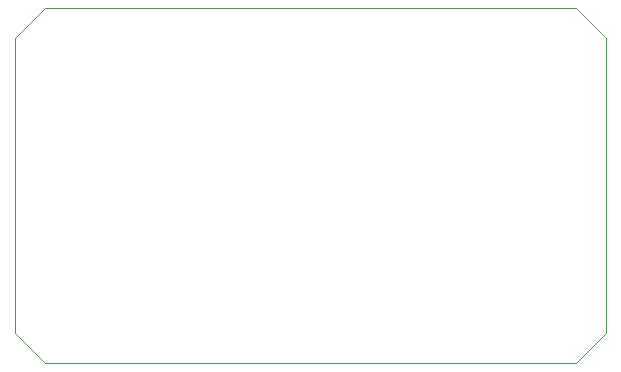
<source format=gm1>
%TF.GenerationSoftware,KiCad,Pcbnew,(5.1.6)-1*%
%TF.CreationDate,2020-08-13T15:20:14+01:00*%
%TF.ProjectId,current_sense,63757272-656e-4745-9f73-656e73652e6b,rev?*%
%TF.SameCoordinates,Original*%
%TF.FileFunction,Profile,NP*%
%FSLAX46Y46*%
G04 Gerber Fmt 4.6, Leading zero omitted, Abs format (unit mm)*
G04 Created by KiCad (PCBNEW (5.1.6)-1) date 2020-08-13 15:20:14*
%MOMM*%
%LPD*%
G01*
G04 APERTURE LIST*
%TA.AperFunction,Profile*%
%ADD10C,0.050000*%
%TD*%
G04 APERTURE END LIST*
D10*
X105000000Y-105000000D02*
X115000000Y-105000000D01*
X102500000Y-102500000D02*
X105000000Y-105000000D01*
X102500000Y-77500000D02*
X102500000Y-102500000D01*
X105000000Y-75000000D02*
X102500000Y-77500000D01*
X107500000Y-75000000D02*
X105000000Y-75000000D01*
X115000000Y-75000000D02*
X107500000Y-75000000D01*
X150000000Y-75000000D02*
X115000000Y-75000000D01*
X152500000Y-77500000D02*
X150000000Y-75000000D01*
X152500000Y-102500000D02*
X152500000Y-77500000D01*
X150000000Y-105000000D02*
X152500000Y-102500000D01*
X115000000Y-105000000D02*
X150000000Y-105000000D01*
M02*

</source>
